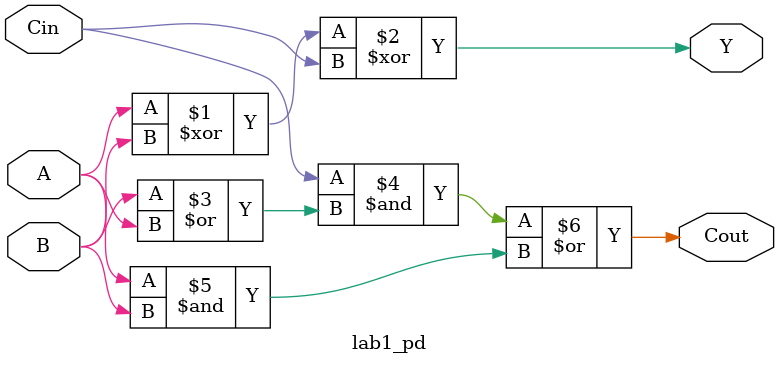
<source format=v>
module lab1_pd(
	A,
	B,
	Cin,
	Y,
	Cout
);


input wire	A;
input wire	B;
input wire	Cin;
output wire	Y;
output wire	Cout;


assign	Y = (A ^ B) ^ Cin;

assign	Cout = (Cin & (B | A)) | (A & B);


endmodule

</source>
